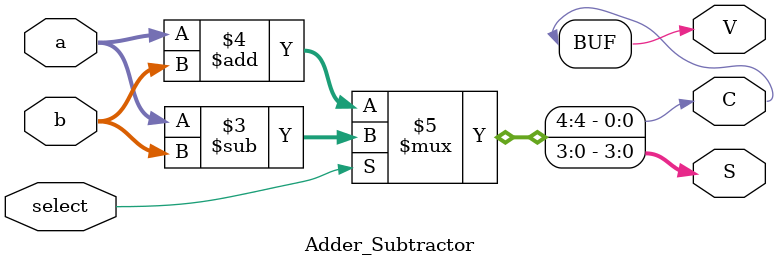
<source format=v>
module Adder_Subtractor(a, b, select, S, C, V);

input [3:0] a;
input [3:0] b;
input select;
output reg [3:0] S;
output reg C, V;


always@(*)
begin
	{V, S} = (select == 1) ? (a - b) : (a + b);
	C = V;
end

endmodule 
</source>
